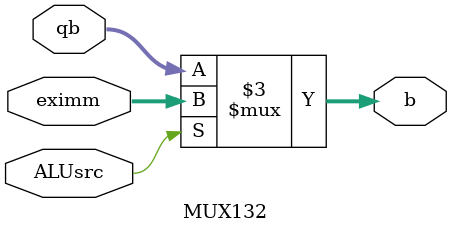
<source format=v>
module MUX132(qb,eximm,ALUsrc,b);
input [31:0] qb,eximm;
input ALUsrc;
output reg [31:0] b;
always@(*)
  b[31:0]=(ALUsrc==1'b0)?qb[31:0]:eximm[31:0];
endmodule
</source>
